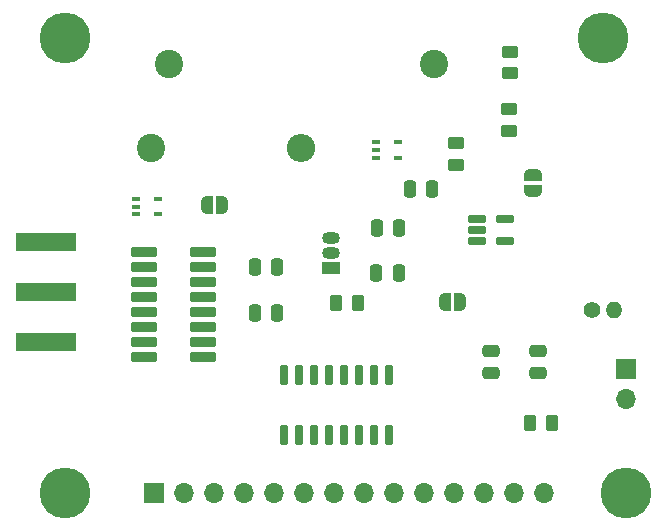
<source format=gbr>
%TF.GenerationSoftware,KiCad,Pcbnew,8.0.7*%
%TF.CreationDate,2025-10-24T17:03:05+02:00*%
%TF.ProjectId,Medidor_clk_PCB,4d656469-646f-4725-9f63-6c6b5f504342,rev?*%
%TF.SameCoordinates,Original*%
%TF.FileFunction,Soldermask,Top*%
%TF.FilePolarity,Negative*%
%FSLAX46Y46*%
G04 Gerber Fmt 4.6, Leading zero omitted, Abs format (unit mm)*
G04 Created by KiCad (PCBNEW 8.0.7) date 2025-10-24 17:03:05*
%MOMM*%
%LPD*%
G01*
G04 APERTURE LIST*
G04 Aperture macros list*
%AMRoundRect*
0 Rectangle with rounded corners*
0 $1 Rounding radius*
0 $2 $3 $4 $5 $6 $7 $8 $9 X,Y pos of 4 corners*
0 Add a 4 corners polygon primitive as box body*
4,1,4,$2,$3,$4,$5,$6,$7,$8,$9,$2,$3,0*
0 Add four circle primitives for the rounded corners*
1,1,$1+$1,$2,$3*
1,1,$1+$1,$4,$5*
1,1,$1+$1,$6,$7*
1,1,$1+$1,$8,$9*
0 Add four rect primitives between the rounded corners*
20,1,$1+$1,$2,$3,$4,$5,0*
20,1,$1+$1,$4,$5,$6,$7,0*
20,1,$1+$1,$6,$7,$8,$9,0*
20,1,$1+$1,$8,$9,$2,$3,0*%
%AMFreePoly0*
4,1,19,0.500000,-0.750000,0.000000,-0.750000,0.000000,-0.744911,-0.071157,-0.744911,-0.207708,-0.704816,-0.327430,-0.627875,-0.420627,-0.520320,-0.479746,-0.390866,-0.500000,-0.250000,-0.500000,0.250000,-0.479746,0.390866,-0.420627,0.520320,-0.327430,0.627875,-0.207708,0.704816,-0.071157,0.744911,0.000000,0.744911,0.000000,0.750000,0.500000,0.750000,0.500000,-0.750000,0.500000,-0.750000,
$1*%
%AMFreePoly1*
4,1,19,0.000000,0.744911,0.071157,0.744911,0.207708,0.704816,0.327430,0.627875,0.420627,0.520320,0.479746,0.390866,0.500000,0.250000,0.500000,-0.250000,0.479746,-0.390866,0.420627,-0.520320,0.327430,-0.627875,0.207708,-0.704816,0.071157,-0.744911,0.000000,-0.744911,0.000000,-0.750000,-0.500000,-0.750000,-0.500000,0.750000,0.000000,0.750000,0.000000,0.744911,0.000000,0.744911,
$1*%
G04 Aperture macros list end*
%ADD10RoundRect,0.250000X0.250000X0.475000X-0.250000X0.475000X-0.250000X-0.475000X0.250000X-0.475000X0*%
%ADD11RoundRect,0.250000X0.450000X-0.262500X0.450000X0.262500X-0.450000X0.262500X-0.450000X-0.262500X0*%
%ADD12R,1.500000X1.050000*%
%ADD13O,1.500000X1.050000*%
%ADD14RoundRect,0.250000X-0.475000X0.250000X-0.475000X-0.250000X0.475000X-0.250000X0.475000X0.250000X0*%
%ADD15C,4.300000*%
%ADD16RoundRect,0.100000X-0.225000X-0.100000X0.225000X-0.100000X0.225000X0.100000X-0.225000X0.100000X0*%
%ADD17RoundRect,0.100500X-0.986500X-0.301500X0.986500X-0.301500X0.986500X0.301500X-0.986500X0.301500X0*%
%ADD18RoundRect,0.250000X-0.250000X-0.475000X0.250000X-0.475000X0.250000X0.475000X-0.250000X0.475000X0*%
%ADD19FreePoly0,0.000000*%
%ADD20FreePoly1,0.000000*%
%ADD21RoundRect,0.150000X-0.650000X-0.150000X0.650000X-0.150000X0.650000X0.150000X-0.650000X0.150000X0*%
%ADD22RoundRect,0.250000X-0.262500X-0.450000X0.262500X-0.450000X0.262500X0.450000X-0.262500X0.450000X0*%
%ADD23R,1.700000X1.700000*%
%ADD24O,1.700000X1.700000*%
%ADD25C,2.400000*%
%ADD26O,2.400000X2.400000*%
%ADD27RoundRect,0.150000X-0.150000X0.725000X-0.150000X-0.725000X0.150000X-0.725000X0.150000X0.725000X0*%
%ADD28FreePoly0,270.000000*%
%ADD29FreePoly1,270.000000*%
%ADD30R,5.080000X1.500000*%
%ADD31RoundRect,0.250000X-0.450000X0.262500X-0.450000X-0.262500X0.450000X-0.262500X0.450000X0.262500X0*%
%ADD32C,1.400000*%
%ADD33O,1.400000X1.400000*%
%ADD34RoundRect,0.250000X0.262500X0.450000X-0.262500X0.450000X-0.262500X-0.450000X0.262500X-0.450000X0*%
G04 APERTURE END LIST*
D10*
%TO.C,C8*%
X153350000Y-91850000D03*
X155250000Y-91850000D03*
%TD*%
D11*
%TO.C,R3*%
X161850000Y-82012500D03*
X161850000Y-80187500D03*
%TD*%
D12*
%TO.C,Q1*%
X146700000Y-98520000D03*
D13*
X146700000Y-97250000D03*
X146700000Y-95980000D03*
%TD*%
D14*
%TO.C,C3*%
X160250000Y-105500000D03*
X160250000Y-107400000D03*
%TD*%
D15*
%TO.C,H3*%
X171700000Y-117550000D03*
%TD*%
D16*
%TO.C,U1*%
X130150000Y-92650000D03*
X130150000Y-93300000D03*
X130150000Y-93950000D03*
X132050000Y-93950000D03*
X132050000Y-92650000D03*
%TD*%
D17*
%TO.C,U2*%
X130875000Y-97130000D03*
X130875000Y-98400000D03*
X130875000Y-99670000D03*
X130875000Y-100940000D03*
X130875000Y-102210000D03*
X130875000Y-103480000D03*
X130875000Y-104750000D03*
X130875000Y-106020000D03*
X135825000Y-106020000D03*
X135825000Y-104750000D03*
X135825000Y-103480000D03*
X135825000Y-102210000D03*
X135825000Y-100940000D03*
X135825000Y-99670000D03*
X135825000Y-98400000D03*
X135825000Y-97130000D03*
%TD*%
D18*
%TO.C,C5*%
X140250000Y-102300000D03*
X142150000Y-102300000D03*
%TD*%
D19*
%TO.C,JP2*%
X156350000Y-101350000D03*
D20*
X157650000Y-101350000D03*
%TD*%
D21*
%TO.C,U5*%
X159100000Y-94337500D03*
X159100000Y-95287500D03*
X159100000Y-96237500D03*
X161400000Y-96237500D03*
X161400000Y-94337500D03*
%TD*%
D22*
%TO.C,R5*%
X163587500Y-111600000D03*
X165412500Y-111600000D03*
%TD*%
D19*
%TO.C,JP3*%
X136200000Y-93150000D03*
D20*
X137500000Y-93150000D03*
%TD*%
D23*
%TO.C,J2*%
X171705000Y-107050000D03*
D24*
X171705000Y-109590000D03*
%TD*%
D11*
%TO.C,R4*%
X161800000Y-86862500D03*
X161800000Y-85037500D03*
%TD*%
D23*
%TO.C,J3*%
X131700000Y-117550000D03*
D24*
X134240000Y-117550000D03*
X136780000Y-117550000D03*
X139320000Y-117550000D03*
X141860000Y-117550000D03*
X144400000Y-117550000D03*
X146940000Y-117550000D03*
X149480000Y-117550000D03*
X152020000Y-117550000D03*
X154560000Y-117550000D03*
X157100000Y-117550000D03*
X159640000Y-117550000D03*
X162180000Y-117550000D03*
X164720000Y-117550000D03*
%TD*%
D15*
%TO.C,H2*%
X169700000Y-79050000D03*
%TD*%
D16*
%TO.C,U3*%
X150500000Y-87850000D03*
X150500000Y-88500000D03*
X150500000Y-89150000D03*
X152400000Y-89150000D03*
X152400000Y-87850000D03*
%TD*%
D25*
%TO.C,R1*%
X131500000Y-88350000D03*
D26*
X144200000Y-88350000D03*
%TD*%
D15*
%TO.C,H1*%
X124200000Y-79050000D03*
%TD*%
D18*
%TO.C,C6*%
X150550000Y-98900000D03*
X152450000Y-98900000D03*
%TD*%
D27*
%TO.C,U6*%
X151630000Y-107525000D03*
X150360000Y-107525000D03*
X149090000Y-107525000D03*
X147820000Y-107525000D03*
X146550000Y-107525000D03*
X145280000Y-107525000D03*
X144010000Y-107525000D03*
X142740000Y-107525000D03*
X142740000Y-112675000D03*
X144010000Y-112675000D03*
X145280000Y-112675000D03*
X146550000Y-112675000D03*
X147820000Y-112675000D03*
X149090000Y-112675000D03*
X150360000Y-112675000D03*
X151630000Y-112675000D03*
%TD*%
D28*
%TO.C,JP1*%
X163800000Y-90650000D03*
D29*
X163800000Y-91950000D03*
%TD*%
D30*
%TO.C,J1*%
X122562500Y-100550000D03*
X122562500Y-104800000D03*
X122562500Y-96300000D03*
%TD*%
D15*
%TO.C,H4*%
X124200000Y-117550000D03*
%TD*%
D14*
%TO.C,C2*%
X164250000Y-105500000D03*
X164250000Y-107400000D03*
%TD*%
D25*
%TO.C,C1*%
X132950000Y-81200000D03*
X155450000Y-81200000D03*
%TD*%
D31*
%TO.C,R6*%
X157250000Y-87937500D03*
X157250000Y-89762500D03*
%TD*%
D32*
%TO.C,TH1*%
X168800000Y-102050000D03*
D33*
X170700000Y-102050000D03*
%TD*%
D18*
%TO.C,C7*%
X150600000Y-95150000D03*
X152500000Y-95150000D03*
%TD*%
D34*
%TO.C,R2*%
X148962500Y-101500000D03*
X147137500Y-101500000D03*
%TD*%
D18*
%TO.C,C4*%
X140250000Y-98450000D03*
X142150000Y-98450000D03*
%TD*%
M02*

</source>
